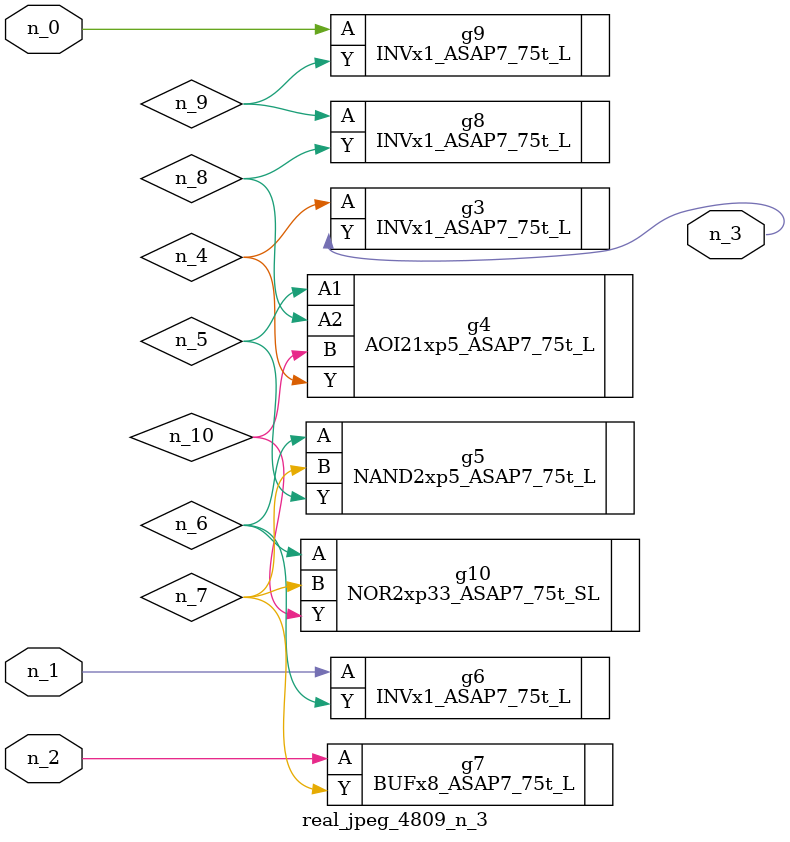
<source format=v>
module real_jpeg_4809_n_3 (n_1, n_0, n_2, n_3);

input n_1;
input n_0;
input n_2;

output n_3;

wire n_5;
wire n_4;
wire n_8;
wire n_6;
wire n_7;
wire n_10;
wire n_9;

INVx1_ASAP7_75t_L g9 ( 
.A(n_0),
.Y(n_9)
);

INVx1_ASAP7_75t_L g6 ( 
.A(n_1),
.Y(n_6)
);

BUFx8_ASAP7_75t_L g7 ( 
.A(n_2),
.Y(n_7)
);

INVx1_ASAP7_75t_L g3 ( 
.A(n_4),
.Y(n_3)
);

AOI21xp5_ASAP7_75t_L g4 ( 
.A1(n_5),
.A2(n_8),
.B(n_10),
.Y(n_4)
);

NAND2xp5_ASAP7_75t_L g5 ( 
.A(n_6),
.B(n_7),
.Y(n_5)
);

NOR2xp33_ASAP7_75t_SL g10 ( 
.A(n_6),
.B(n_7),
.Y(n_10)
);

INVx1_ASAP7_75t_L g8 ( 
.A(n_9),
.Y(n_8)
);


endmodule
</source>
